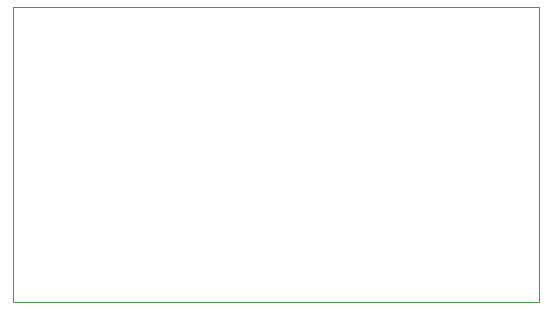
<source format=gbr>
%TF.GenerationSoftware,KiCad,Pcbnew,9.0.0*%
%TF.CreationDate,2025-03-25T16:27:35-04:00*%
%TF.ProjectId,week 8,7765656b-2038-42e6-9b69-6361645f7063,rev?*%
%TF.SameCoordinates,Original*%
%TF.FileFunction,Profile,NP*%
%FSLAX46Y46*%
G04 Gerber Fmt 4.6, Leading zero omitted, Abs format (unit mm)*
G04 Created by KiCad (PCBNEW 9.0.0) date 2025-03-25 16:27:35*
%MOMM*%
%LPD*%
G01*
G04 APERTURE LIST*
%TA.AperFunction,Profile*%
%ADD10C,0.050000*%
%TD*%
G04 APERTURE END LIST*
D10*
X83500000Y-42500000D02*
X128000000Y-42500000D01*
X128000000Y-67500000D01*
X83500000Y-67500000D01*
X83500000Y-42500000D01*
M02*

</source>
